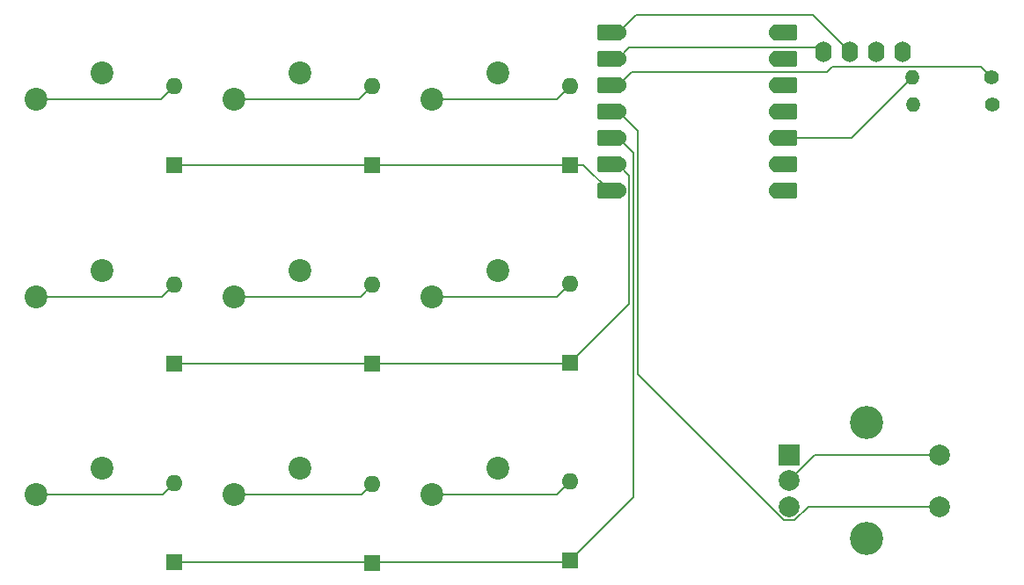
<source format=gbl>
%TF.GenerationSoftware,KiCad,Pcbnew,9.0.0*%
%TF.CreationDate,2025-03-01T22:53:14+02:00*%
%TF.ProjectId,hackpad,6861636b-7061-4642-9e6b-696361645f70,rev?*%
%TF.SameCoordinates,Original*%
%TF.FileFunction,Copper,L2,Bot*%
%TF.FilePolarity,Positive*%
%FSLAX46Y46*%
G04 Gerber Fmt 4.6, Leading zero omitted, Abs format (unit mm)*
G04 Created by KiCad (PCBNEW 9.0.0) date 2025-03-01 22:53:14*
%MOMM*%
%LPD*%
G01*
G04 APERTURE LIST*
G04 Aperture macros list*
%AMRoundRect*
0 Rectangle with rounded corners*
0 $1 Rounding radius*
0 $2 $3 $4 $5 $6 $7 $8 $9 X,Y pos of 4 corners*
0 Add a 4 corners polygon primitive as box body*
4,1,4,$2,$3,$4,$5,$6,$7,$8,$9,$2,$3,0*
0 Add four circle primitives for the rounded corners*
1,1,$1+$1,$2,$3*
1,1,$1+$1,$4,$5*
1,1,$1+$1,$6,$7*
1,1,$1+$1,$8,$9*
0 Add four rect primitives between the rounded corners*
20,1,$1+$1,$2,$3,$4,$5,0*
20,1,$1+$1,$4,$5,$6,$7,0*
20,1,$1+$1,$6,$7,$8,$9,0*
20,1,$1+$1,$8,$9,$2,$3,0*%
G04 Aperture macros list end*
%TA.AperFunction,ComponentPad*%
%ADD10R,2.000000X2.000000*%
%TD*%
%TA.AperFunction,ComponentPad*%
%ADD11C,2.000000*%
%TD*%
%TA.AperFunction,ComponentPad*%
%ADD12C,3.200000*%
%TD*%
%TA.AperFunction,ComponentPad*%
%ADD13C,2.200000*%
%TD*%
%TA.AperFunction,ComponentPad*%
%ADD14O,1.600000X2.000000*%
%TD*%
%TA.AperFunction,ComponentPad*%
%ADD15R,1.600000X1.600000*%
%TD*%
%TA.AperFunction,ComponentPad*%
%ADD16O,1.600000X1.600000*%
%TD*%
%TA.AperFunction,ComponentPad*%
%ADD17C,1.400000*%
%TD*%
%TA.AperFunction,ComponentPad*%
%ADD18O,1.400000X1.400000*%
%TD*%
%TA.AperFunction,SMDPad,CuDef*%
%ADD19RoundRect,0.152400X-1.063600X-0.609600X1.063600X-0.609600X1.063600X0.609600X-1.063600X0.609600X0*%
%TD*%
%TA.AperFunction,ComponentPad*%
%ADD20C,1.524000*%
%TD*%
%TA.AperFunction,SMDPad,CuDef*%
%ADD21RoundRect,0.152400X1.063600X0.609600X-1.063600X0.609600X-1.063600X-0.609600X1.063600X-0.609600X0*%
%TD*%
%TA.AperFunction,Conductor*%
%ADD22C,0.200000*%
%TD*%
G04 APERTURE END LIST*
D10*
X237750000Y-103200000D03*
D11*
X237750000Y-108200000D03*
X237750000Y-105700000D03*
D12*
X245250000Y-100100000D03*
X245250000Y-111300000D03*
D11*
X252250000Y-108200000D03*
X252250000Y-103200000D03*
D13*
X190658750Y-85407500D03*
X184308750Y-87947500D03*
X209708750Y-85407500D03*
X203358750Y-87947500D03*
X190658750Y-104457500D03*
X184308750Y-106997500D03*
D14*
X241080000Y-64350000D03*
X243620000Y-64350000D03*
X246160000Y-64350000D03*
X248700000Y-64350000D03*
D13*
X209708750Y-66357500D03*
X203358750Y-68897500D03*
X171608750Y-104457500D03*
X165258750Y-106997500D03*
X209708750Y-104457500D03*
X203358750Y-106997500D03*
X171608750Y-85407500D03*
X165258750Y-87947500D03*
X190658750Y-66357500D03*
X184308750Y-68897500D03*
X171608750Y-66357500D03*
X165258750Y-68897500D03*
D15*
X178593750Y-94378750D03*
D16*
X178593750Y-86758750D03*
D15*
X178593750Y-75247500D03*
D16*
X178593750Y-67627500D03*
D15*
X197643750Y-113610000D03*
D16*
X197643750Y-105990000D03*
D15*
X197643750Y-94428750D03*
D16*
X197643750Y-86808750D03*
D15*
X216693750Y-113347500D03*
D16*
X216693750Y-105727500D03*
D17*
X257310000Y-69400000D03*
D18*
X249690000Y-69400000D03*
D15*
X197643750Y-75247500D03*
D16*
X197643750Y-67627500D03*
D15*
X216693750Y-94297500D03*
D16*
X216693750Y-86677500D03*
D15*
X178593750Y-113510000D03*
D16*
X178593750Y-105890000D03*
D17*
X257210000Y-66800000D03*
D18*
X249590000Y-66800000D03*
D15*
X216693750Y-75247500D03*
D16*
X216693750Y-67627500D03*
D19*
X237375000Y-62500000D03*
D20*
X236540000Y-62500000D03*
D19*
X237375000Y-65040000D03*
D20*
X236540000Y-65040000D03*
D19*
X237375000Y-67580000D03*
D20*
X236540000Y-67580000D03*
D19*
X237375000Y-70120000D03*
D20*
X236540000Y-70120000D03*
D19*
X237375000Y-72660000D03*
D20*
X236540000Y-72660000D03*
D19*
X237375000Y-75200000D03*
D20*
X236540000Y-75200000D03*
D19*
X237375000Y-77740000D03*
D20*
X236540000Y-77740000D03*
X221300000Y-77740000D03*
D21*
X220465000Y-77740000D03*
D20*
X221300000Y-75200000D03*
D21*
X220465000Y-75200000D03*
D20*
X221300000Y-72660000D03*
D21*
X220465000Y-72660000D03*
D20*
X221300000Y-70120000D03*
D21*
X220465000Y-70120000D03*
D20*
X221300000Y-67580000D03*
D21*
X220465000Y-67580000D03*
D20*
X221300000Y-65040000D03*
D21*
X220465000Y-65040000D03*
D20*
X221300000Y-62500000D03*
D21*
X220465000Y-62500000D03*
D22*
X223165000Y-71985000D02*
X221300000Y-70120000D01*
X223165000Y-95454892D02*
X223165000Y-71985000D01*
X237211108Y-109501000D02*
X223165000Y-95454892D01*
X238288892Y-109501000D02*
X237211108Y-109501000D01*
X239589892Y-108200000D02*
X238288892Y-109501000D01*
X252250000Y-108200000D02*
X239589892Y-108200000D01*
X240250000Y-103200000D02*
X252250000Y-103200000D01*
X237750000Y-105700000D02*
X240250000Y-103200000D01*
X222580000Y-66300000D02*
X221300000Y-67580000D01*
X241400000Y-66300000D02*
X222580000Y-66300000D01*
X241901000Y-65799000D02*
X241400000Y-66300000D01*
X256209000Y-65799000D02*
X241901000Y-65799000D01*
X257210000Y-66800000D02*
X256209000Y-65799000D01*
X222363000Y-63977000D02*
X221300000Y-65040000D01*
X240707000Y-63977000D02*
X222363000Y-63977000D01*
X241080000Y-64350000D02*
X240707000Y-63977000D01*
X223000000Y-60800000D02*
X221300000Y-62500000D01*
X240070000Y-60800000D02*
X223000000Y-60800000D01*
X243620000Y-64350000D02*
X240070000Y-60800000D01*
X243730000Y-72660000D02*
X249590000Y-66800000D01*
X236540000Y-72660000D02*
X243730000Y-72660000D01*
X222764000Y-74124000D02*
X221300000Y-72660000D01*
X222764000Y-107277250D02*
X222764000Y-74124000D01*
X216693750Y-113347500D02*
X222764000Y-107277250D01*
X222363000Y-76263000D02*
X221300000Y-75200000D01*
X216693750Y-94297500D02*
X222363000Y-88628250D01*
X222363000Y-88628250D02*
X222363000Y-76263000D01*
X217972500Y-75247500D02*
X220465000Y-77740000D01*
X216693750Y-75247500D02*
X217972500Y-75247500D01*
X178593750Y-75247500D02*
X216693750Y-75247500D01*
X216531250Y-113510000D02*
X216693750Y-113347500D01*
X178593750Y-113510000D02*
X216531250Y-113510000D01*
X216612500Y-94378750D02*
X216693750Y-94297500D01*
X178593750Y-94378750D02*
X216612500Y-94378750D01*
X165258750Y-106997500D02*
X177486250Y-106997500D01*
X177486250Y-106997500D02*
X178593750Y-105890000D01*
X215423750Y-106997500D02*
X216693750Y-105727500D01*
X203358750Y-106997500D02*
X215423750Y-106997500D01*
X196636250Y-106997500D02*
X197643750Y-105990000D01*
X184308750Y-106997500D02*
X196636250Y-106997500D01*
X215423750Y-87947500D02*
X216693750Y-86677500D01*
X203358750Y-87947500D02*
X215423750Y-87947500D01*
X196505000Y-87947500D02*
X197643750Y-86808750D01*
X184308750Y-87947500D02*
X196505000Y-87947500D01*
X177405000Y-87947500D02*
X178593750Y-86758750D01*
X165258750Y-87947500D02*
X177405000Y-87947500D01*
X215423750Y-68897500D02*
X216693750Y-67627500D01*
X203358750Y-68897500D02*
X215423750Y-68897500D01*
X196373750Y-68897500D02*
X197643750Y-67627500D01*
X184308750Y-68897500D02*
X196373750Y-68897500D01*
X177323750Y-68897500D02*
X178593750Y-67627500D01*
X165258750Y-68897500D02*
X177323750Y-68897500D01*
M02*

</source>
